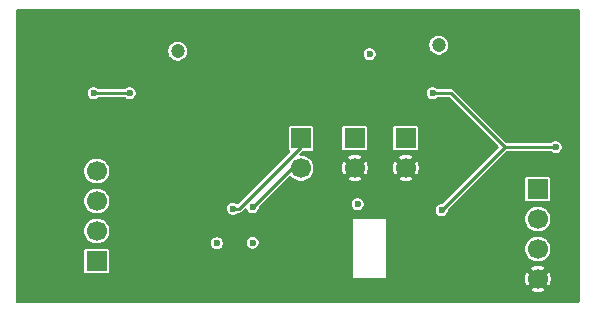
<source format=gbr>
%TF.GenerationSoftware,KiCad,Pcbnew,9.0.1*%
%TF.CreationDate,2025-09-03T00:36:21-07:00*%
%TF.ProjectId,stm32-test,73746d33-322d-4746-9573-742e6b696361,rev?*%
%TF.SameCoordinates,Original*%
%TF.FileFunction,Copper,L2,Inr*%
%TF.FilePolarity,Positive*%
%FSLAX46Y46*%
G04 Gerber Fmt 4.6, Leading zero omitted, Abs format (unit mm)*
G04 Created by KiCad (PCBNEW 9.0.1) date 2025-09-03 00:36:21*
%MOMM*%
%LPD*%
G01*
G04 APERTURE LIST*
%TA.AperFunction,ComponentPad*%
%ADD10R,1.700000X1.700000*%
%TD*%
%TA.AperFunction,ComponentPad*%
%ADD11C,1.700000*%
%TD*%
%TA.AperFunction,ViaPad*%
%ADD12C,0.600000*%
%TD*%
%TA.AperFunction,ViaPad*%
%ADD13C,1.200000*%
%TD*%
%TA.AperFunction,Conductor*%
%ADD14C,0.254000*%
%TD*%
G04 APERTURE END LIST*
D10*
%TO.N,+12V*%
%TO.C,J1*%
X168910000Y-96774000D03*
D11*
%TO.N,/CANH*%
X168910000Y-99314000D03*
%TO.N,/CANL*%
X168910000Y-101854000D03*
%TO.N,GND*%
X168910000Y-104394000D03*
%TD*%
D10*
%TO.N,+3V3*%
%TO.C,J4*%
X153416000Y-92456000D03*
D11*
%TO.N,GND*%
X153416000Y-94996000D03*
%TD*%
%TO.N,/SPI_CS*%
%TO.C,J2*%
X131572000Y-95250000D03*
%TO.N,/SPI_CLK*%
X131572000Y-97790000D03*
%TO.N,/SPI_MISO*%
X131572000Y-100330000D03*
D10*
%TO.N,/SPI_MOSI*%
X131572000Y-102870000D03*
%TD*%
D11*
%TO.N,/I2C_SCL*%
%TO.C,J5*%
X148869000Y-95016000D03*
D10*
%TO.N,/I2C_SDA*%
X148869000Y-92476000D03*
%TD*%
D11*
%TO.N,GND*%
%TO.C,J6*%
X157734000Y-94996000D03*
D10*
%TO.N,+3V3*%
X157734000Y-92456000D03*
%TD*%
D12*
%TO.N,/NRST*%
X131318000Y-88646000D03*
X134366000Y-88646000D03*
%TO.N,+3V3*%
X153670000Y-98044000D03*
%TO.N,+5V*%
X160020000Y-88646000D03*
X170434000Y-93218000D03*
X160782000Y-98552000D03*
D13*
%TO.N,GND*%
X140716000Y-89662000D03*
D12*
X144937910Y-84678090D03*
X134672000Y-85292000D03*
%TO.N,+3V3*%
X141752000Y-101346000D03*
D13*
X138430000Y-85090000D03*
D12*
X144780000Y-101314000D03*
D13*
X160528000Y-84582000D03*
D12*
X154686000Y-85344000D03*
%TO.N,/I2C_SCL*%
X144780000Y-98298000D03*
%TO.N,/I2C_SDA*%
X143111787Y-98442213D03*
%TD*%
D14*
%TO.N,/NRST*%
X134366000Y-88646000D02*
X131318000Y-88646000D01*
%TO.N,+5V*%
X160020000Y-88646000D02*
X161544000Y-88646000D01*
X161544000Y-88646000D02*
X166116000Y-93218000D01*
X166116000Y-93218000D02*
X170434000Y-93218000D01*
X160782000Y-98552000D02*
X166116000Y-93218000D01*
%TO.N,/I2C_SCL*%
X144780000Y-98298000D02*
X144825000Y-98298000D01*
X144825000Y-98298000D02*
X148107000Y-95016000D01*
X148107000Y-95016000D02*
X148869000Y-95016000D01*
%TO.N,/I2C_SDA*%
X148869000Y-93193000D02*
X148869000Y-92476000D01*
X143111787Y-98442213D02*
X143619787Y-98442213D01*
X143619787Y-98442213D02*
X148869000Y-93193000D01*
%TD*%
%TA.AperFunction,Conductor*%
%TO.N,GND*%
G36*
X172409039Y-81553685D02*
G01*
X172454794Y-81606489D01*
X172466000Y-81658000D01*
X172466000Y-106302000D01*
X172446315Y-106369039D01*
X172393511Y-106414794D01*
X172342000Y-106426000D01*
X124838000Y-106426000D01*
X124770961Y-106406315D01*
X124725206Y-106353511D01*
X124714000Y-106302000D01*
X124714000Y-104307107D01*
X167806000Y-104307107D01*
X167806000Y-104480892D01*
X167833183Y-104652521D01*
X167886884Y-104817793D01*
X167965771Y-104972616D01*
X167965778Y-104972627D01*
X167968464Y-104976325D01*
X168425841Y-104518947D01*
X168444075Y-104586993D01*
X168509901Y-104701007D01*
X168602993Y-104794099D01*
X168717007Y-104859925D01*
X168785051Y-104878157D01*
X168327674Y-105335534D01*
X168327674Y-105335535D01*
X168331374Y-105338223D01*
X168486206Y-105417115D01*
X168651478Y-105470816D01*
X168823108Y-105498000D01*
X168996892Y-105498000D01*
X169168521Y-105470816D01*
X169333793Y-105417115D01*
X169488618Y-105338228D01*
X169492325Y-105335534D01*
X169034948Y-104878157D01*
X169102993Y-104859925D01*
X169217007Y-104794099D01*
X169310099Y-104701007D01*
X169375925Y-104586993D01*
X169394157Y-104518948D01*
X169851534Y-104976325D01*
X169854228Y-104972618D01*
X169933115Y-104817793D01*
X169986816Y-104652521D01*
X170014000Y-104480892D01*
X170014000Y-104307107D01*
X169986816Y-104135478D01*
X169933115Y-103970206D01*
X169854223Y-103815374D01*
X169851535Y-103811674D01*
X169851534Y-103811674D01*
X169394157Y-104269051D01*
X169375925Y-104201007D01*
X169310099Y-104086993D01*
X169217007Y-103993901D01*
X169102993Y-103928075D01*
X169034948Y-103909842D01*
X169492325Y-103452464D01*
X169488627Y-103449778D01*
X169488616Y-103449771D01*
X169333793Y-103370884D01*
X169168521Y-103317183D01*
X168996892Y-103290000D01*
X168823108Y-103290000D01*
X168651478Y-103317183D01*
X168486206Y-103370884D01*
X168331377Y-103449774D01*
X168327674Y-103452464D01*
X168785052Y-103909842D01*
X168717007Y-103928075D01*
X168602993Y-103993901D01*
X168509901Y-104086993D01*
X168444075Y-104201007D01*
X168425842Y-104269052D01*
X167968464Y-103811674D01*
X167965774Y-103815377D01*
X167886884Y-103970206D01*
X167833183Y-104135478D01*
X167806000Y-104307107D01*
X124714000Y-104307107D01*
X124714000Y-104294000D01*
X153298000Y-104294000D01*
X156074000Y-104294000D01*
X156074000Y-101750530D01*
X167859500Y-101750530D01*
X167859500Y-101957469D01*
X167899868Y-102160412D01*
X167899870Y-102160420D01*
X167979058Y-102351596D01*
X168094024Y-102523657D01*
X168240342Y-102669975D01*
X168240345Y-102669977D01*
X168412402Y-102784941D01*
X168603580Y-102864130D01*
X168806530Y-102904499D01*
X168806534Y-102904500D01*
X168806535Y-102904500D01*
X169013466Y-102904500D01*
X169013467Y-102904499D01*
X169216420Y-102864130D01*
X169407598Y-102784941D01*
X169579655Y-102669977D01*
X169725977Y-102523655D01*
X169840941Y-102351598D01*
X169920130Y-102160420D01*
X169960500Y-101957465D01*
X169960500Y-101750535D01*
X169920130Y-101547580D01*
X169840941Y-101356402D01*
X169725977Y-101184345D01*
X169725975Y-101184342D01*
X169579657Y-101038024D01*
X169493626Y-100980541D01*
X169407598Y-100923059D01*
X169216420Y-100843870D01*
X169216412Y-100843868D01*
X169013469Y-100803500D01*
X169013465Y-100803500D01*
X168806535Y-100803500D01*
X168806530Y-100803500D01*
X168603587Y-100843868D01*
X168603579Y-100843870D01*
X168412403Y-100923058D01*
X168240342Y-101038024D01*
X168094024Y-101184342D01*
X167979058Y-101356403D01*
X167899870Y-101547579D01*
X167899868Y-101547587D01*
X167859500Y-101750530D01*
X156074000Y-101750530D01*
X156074000Y-99314000D01*
X153298000Y-99314000D01*
X153298000Y-104294000D01*
X124714000Y-104294000D01*
X124714000Y-102000247D01*
X130521500Y-102000247D01*
X130521500Y-103739752D01*
X130533131Y-103798229D01*
X130533132Y-103798230D01*
X130577447Y-103864552D01*
X130643769Y-103908867D01*
X130643770Y-103908868D01*
X130702247Y-103920499D01*
X130702250Y-103920500D01*
X130702252Y-103920500D01*
X132441750Y-103920500D01*
X132441751Y-103920499D01*
X132456568Y-103917552D01*
X132500229Y-103908868D01*
X132500229Y-103908867D01*
X132500231Y-103908867D01*
X132566552Y-103864552D01*
X132610867Y-103798231D01*
X132610867Y-103798229D01*
X132610868Y-103798229D01*
X132622499Y-103739752D01*
X132622500Y-103739750D01*
X132622500Y-102000249D01*
X132622499Y-102000247D01*
X132610868Y-101941770D01*
X132610867Y-101941769D01*
X132566552Y-101875447D01*
X132500230Y-101831132D01*
X132500229Y-101831131D01*
X132441752Y-101819500D01*
X132441748Y-101819500D01*
X130702252Y-101819500D01*
X130702247Y-101819500D01*
X130643770Y-101831131D01*
X130643769Y-101831132D01*
X130577447Y-101875447D01*
X130533132Y-101941769D01*
X130533131Y-101941770D01*
X130521500Y-102000247D01*
X124714000Y-102000247D01*
X124714000Y-100226530D01*
X130521500Y-100226530D01*
X130521500Y-100433469D01*
X130561868Y-100636412D01*
X130561870Y-100636420D01*
X130641058Y-100827596D01*
X130756024Y-100999657D01*
X130902342Y-101145975D01*
X130902345Y-101145977D01*
X131074402Y-101260941D01*
X131265580Y-101340130D01*
X131465468Y-101379890D01*
X131468530Y-101380499D01*
X131468534Y-101380500D01*
X131468535Y-101380500D01*
X131675466Y-101380500D01*
X131675467Y-101380499D01*
X131878420Y-101340130D01*
X132023325Y-101280108D01*
X141251500Y-101280108D01*
X141251500Y-101411891D01*
X141285608Y-101539187D01*
X141290454Y-101547580D01*
X141351500Y-101653314D01*
X141444686Y-101746500D01*
X141558814Y-101812392D01*
X141686108Y-101846500D01*
X141686110Y-101846500D01*
X141817890Y-101846500D01*
X141817892Y-101846500D01*
X141945186Y-101812392D01*
X142059314Y-101746500D01*
X142152500Y-101653314D01*
X142218392Y-101539186D01*
X142252500Y-101411892D01*
X142252500Y-101280108D01*
X142243926Y-101248108D01*
X144279500Y-101248108D01*
X144279500Y-101379891D01*
X144313608Y-101507187D01*
X144346554Y-101564250D01*
X144379500Y-101621314D01*
X144472686Y-101714500D01*
X144586814Y-101780392D01*
X144714108Y-101814500D01*
X144714110Y-101814500D01*
X144845890Y-101814500D01*
X144845892Y-101814500D01*
X144973186Y-101780392D01*
X145087314Y-101714500D01*
X145180500Y-101621314D01*
X145246392Y-101507186D01*
X145280500Y-101379892D01*
X145280500Y-101248108D01*
X145246392Y-101120814D01*
X145180500Y-101006686D01*
X145087314Y-100913500D01*
X145030250Y-100880554D01*
X144973187Y-100847608D01*
X144898499Y-100827596D01*
X144845892Y-100813500D01*
X144714108Y-100813500D01*
X144586812Y-100847608D01*
X144472686Y-100913500D01*
X144472683Y-100913502D01*
X144379502Y-101006683D01*
X144379500Y-101006686D01*
X144313608Y-101120812D01*
X144279500Y-101248108D01*
X142243926Y-101248108D01*
X142218392Y-101152814D01*
X142214443Y-101145975D01*
X142199917Y-101120814D01*
X142152500Y-101038686D01*
X142059314Y-100945500D01*
X142002250Y-100912554D01*
X141945187Y-100879608D01*
X141881539Y-100862554D01*
X141817892Y-100845500D01*
X141686108Y-100845500D01*
X141558812Y-100879608D01*
X141444686Y-100945500D01*
X141444683Y-100945502D01*
X141351502Y-101038683D01*
X141351500Y-101038686D01*
X141285608Y-101152812D01*
X141251500Y-101280108D01*
X132023325Y-101280108D01*
X132069598Y-101260941D01*
X132207381Y-101168878D01*
X132207383Y-101168877D01*
X132224580Y-101157385D01*
X132241655Y-101145977D01*
X132387977Y-100999655D01*
X132502941Y-100827598D01*
X132582130Y-100636420D01*
X132622500Y-100433465D01*
X132622500Y-100226535D01*
X132582130Y-100023580D01*
X132502941Y-99832402D01*
X132387977Y-99660345D01*
X132387975Y-99660342D01*
X132241657Y-99514024D01*
X132069596Y-99399057D01*
X132016824Y-99377199D01*
X131878420Y-99319870D01*
X131878412Y-99319868D01*
X131675469Y-99279500D01*
X131675465Y-99279500D01*
X131468535Y-99279500D01*
X131468530Y-99279500D01*
X131265587Y-99319868D01*
X131265579Y-99319870D01*
X131074403Y-99399058D01*
X130902342Y-99514024D01*
X130756024Y-99660342D01*
X130641058Y-99832403D01*
X130561870Y-100023579D01*
X130561868Y-100023587D01*
X130521500Y-100226530D01*
X124714000Y-100226530D01*
X124714000Y-99210530D01*
X167859500Y-99210530D01*
X167859500Y-99417469D01*
X167899868Y-99620412D01*
X167899870Y-99620420D01*
X167979059Y-99811598D01*
X168036541Y-99897626D01*
X168094024Y-99983657D01*
X168240342Y-100129975D01*
X168240345Y-100129977D01*
X168412402Y-100244941D01*
X168603580Y-100324130D01*
X168806530Y-100364499D01*
X168806534Y-100364500D01*
X168806535Y-100364500D01*
X169013466Y-100364500D01*
X169013467Y-100364499D01*
X169216420Y-100324130D01*
X169407598Y-100244941D01*
X169579655Y-100129977D01*
X169725977Y-99983655D01*
X169840941Y-99811598D01*
X169920130Y-99620420D01*
X169960500Y-99417465D01*
X169960500Y-99210535D01*
X169920130Y-99007580D01*
X169840941Y-98816402D01*
X169725977Y-98644345D01*
X169725975Y-98644342D01*
X169579657Y-98498024D01*
X169486649Y-98435879D01*
X169407598Y-98383059D01*
X169391331Y-98376321D01*
X169216420Y-98303870D01*
X169216412Y-98303868D01*
X169013469Y-98263500D01*
X169013465Y-98263500D01*
X168806535Y-98263500D01*
X168806530Y-98263500D01*
X168603587Y-98303868D01*
X168603579Y-98303870D01*
X168412403Y-98383058D01*
X168240342Y-98498024D01*
X168094024Y-98644342D01*
X167979058Y-98816403D01*
X167899870Y-99007579D01*
X167899868Y-99007587D01*
X167859500Y-99210530D01*
X124714000Y-99210530D01*
X124714000Y-97686530D01*
X130521500Y-97686530D01*
X130521500Y-97893469D01*
X130561868Y-98096412D01*
X130561870Y-98096420D01*
X130641058Y-98287596D01*
X130756024Y-98459657D01*
X130902342Y-98605975D01*
X130902345Y-98605977D01*
X131074402Y-98720941D01*
X131265580Y-98800130D01*
X131468530Y-98840499D01*
X131468534Y-98840500D01*
X131468535Y-98840500D01*
X131675466Y-98840500D01*
X131675467Y-98840499D01*
X131878420Y-98800130D01*
X132069598Y-98720941D01*
X132241655Y-98605977D01*
X132387977Y-98459655D01*
X132443659Y-98376321D01*
X142611287Y-98376321D01*
X142611287Y-98508104D01*
X142645395Y-98635400D01*
X142650558Y-98644342D01*
X142711287Y-98749527D01*
X142804473Y-98842713D01*
X142918601Y-98908605D01*
X143045895Y-98942713D01*
X143045897Y-98942713D01*
X143177677Y-98942713D01*
X143177679Y-98942713D01*
X143304973Y-98908605D01*
X143419101Y-98842713D01*
X143455782Y-98806032D01*
X143517105Y-98772547D01*
X143543463Y-98769713D01*
X143662901Y-98769713D01*
X143662903Y-98769713D01*
X143746197Y-98747394D01*
X143820877Y-98704278D01*
X144102647Y-98422507D01*
X144163968Y-98389024D01*
X144233659Y-98394008D01*
X144289593Y-98435879D01*
X144310100Y-98478094D01*
X144313608Y-98491186D01*
X144379500Y-98605314D01*
X144472686Y-98698500D01*
X144586814Y-98764392D01*
X144714108Y-98798500D01*
X144714110Y-98798500D01*
X144845890Y-98798500D01*
X144845892Y-98798500D01*
X144973186Y-98764392D01*
X145087314Y-98698500D01*
X145180500Y-98605314D01*
X145246392Y-98491186D01*
X145280500Y-98363892D01*
X145280500Y-98357016D01*
X145300185Y-98289977D01*
X145316814Y-98269340D01*
X145608046Y-97978108D01*
X153169500Y-97978108D01*
X153169500Y-98109891D01*
X153203608Y-98237187D01*
X153210443Y-98249025D01*
X153269500Y-98351314D01*
X153362686Y-98444500D01*
X153476814Y-98510392D01*
X153604108Y-98544500D01*
X153604110Y-98544500D01*
X153735890Y-98544500D01*
X153735892Y-98544500D01*
X153863186Y-98510392D01*
X153977314Y-98444500D01*
X154070500Y-98351314D01*
X154136392Y-98237186D01*
X154170500Y-98109892D01*
X154170500Y-97978108D01*
X154136392Y-97850814D01*
X154070500Y-97736686D01*
X153977314Y-97643500D01*
X153920250Y-97610554D01*
X153863187Y-97577608D01*
X153799539Y-97560554D01*
X153735892Y-97543500D01*
X153604108Y-97543500D01*
X153476812Y-97577608D01*
X153362686Y-97643500D01*
X153362683Y-97643502D01*
X153269502Y-97736683D01*
X153269500Y-97736686D01*
X153203608Y-97850812D01*
X153169500Y-97978108D01*
X145608046Y-97978108D01*
X147889081Y-95697072D01*
X147950402Y-95663589D01*
X148020094Y-95668573D01*
X148064441Y-95697074D01*
X148199342Y-95831975D01*
X148199345Y-95831977D01*
X148371402Y-95946941D01*
X148562580Y-96026130D01*
X148762896Y-96065975D01*
X148765530Y-96066499D01*
X148765534Y-96066500D01*
X148765535Y-96066500D01*
X148972466Y-96066500D01*
X148972467Y-96066499D01*
X149175420Y-96026130D01*
X149366598Y-95946941D01*
X149538655Y-95831977D01*
X149538658Y-95831974D01*
X149568038Y-95802595D01*
X149684974Y-95685658D01*
X149684975Y-95685657D01*
X149684977Y-95685655D01*
X149799941Y-95513598D01*
X149879130Y-95322420D01*
X149919500Y-95119465D01*
X149919500Y-94912535D01*
X149919500Y-94912532D01*
X149918819Y-94909107D01*
X152312000Y-94909107D01*
X152312000Y-95082892D01*
X152339183Y-95254521D01*
X152392884Y-95419793D01*
X152471771Y-95574616D01*
X152471778Y-95574627D01*
X152474464Y-95578325D01*
X152931841Y-95120947D01*
X152950075Y-95188993D01*
X153015901Y-95303007D01*
X153108993Y-95396099D01*
X153223007Y-95461925D01*
X153291051Y-95480157D01*
X152833674Y-95937534D01*
X152833674Y-95937535D01*
X152837374Y-95940223D01*
X152992206Y-96019115D01*
X153157478Y-96072816D01*
X153329108Y-96100000D01*
X153502892Y-96100000D01*
X153674521Y-96072816D01*
X153839793Y-96019115D01*
X153994618Y-95940228D01*
X153998325Y-95937534D01*
X153540948Y-95480157D01*
X153608993Y-95461925D01*
X153723007Y-95396099D01*
X153816099Y-95303007D01*
X153881925Y-95188993D01*
X153900157Y-95120948D01*
X154357534Y-95578325D01*
X154360228Y-95574618D01*
X154439115Y-95419793D01*
X154492816Y-95254521D01*
X154520000Y-95082892D01*
X154520000Y-94909107D01*
X156630000Y-94909107D01*
X156630000Y-95082892D01*
X156657183Y-95254521D01*
X156710884Y-95419793D01*
X156789771Y-95574616D01*
X156789778Y-95574627D01*
X156792464Y-95578325D01*
X157249841Y-95120947D01*
X157268075Y-95188993D01*
X157333901Y-95303007D01*
X157426993Y-95396099D01*
X157541007Y-95461925D01*
X157609051Y-95480157D01*
X157151674Y-95937534D01*
X157151674Y-95937535D01*
X157155374Y-95940223D01*
X157310206Y-96019115D01*
X157475478Y-96072816D01*
X157647108Y-96100000D01*
X157820892Y-96100000D01*
X157992521Y-96072816D01*
X158157793Y-96019115D01*
X158312618Y-95940228D01*
X158316325Y-95937534D01*
X157858948Y-95480157D01*
X157926993Y-95461925D01*
X158041007Y-95396099D01*
X158134099Y-95303007D01*
X158199925Y-95188993D01*
X158218157Y-95120948D01*
X158675534Y-95578325D01*
X158678228Y-95574618D01*
X158757115Y-95419793D01*
X158810816Y-95254521D01*
X158838000Y-95082892D01*
X158838000Y-94909107D01*
X158810816Y-94737478D01*
X158757115Y-94572206D01*
X158678223Y-94417374D01*
X158675535Y-94413674D01*
X158675534Y-94413674D01*
X158218157Y-94871051D01*
X158199925Y-94803007D01*
X158134099Y-94688993D01*
X158041007Y-94595901D01*
X157926993Y-94530075D01*
X157858948Y-94511842D01*
X158316325Y-94054464D01*
X158312627Y-94051778D01*
X158312616Y-94051771D01*
X158157793Y-93972884D01*
X157992521Y-93919183D01*
X157820892Y-93892000D01*
X157647108Y-93892000D01*
X157475478Y-93919183D01*
X157310206Y-93972884D01*
X157155377Y-94051774D01*
X157151674Y-94054464D01*
X157609052Y-94511842D01*
X157541007Y-94530075D01*
X157426993Y-94595901D01*
X157333901Y-94688993D01*
X157268075Y-94803007D01*
X157249842Y-94871052D01*
X156792464Y-94413674D01*
X156789774Y-94417377D01*
X156710884Y-94572206D01*
X156657183Y-94737478D01*
X156630000Y-94909107D01*
X154520000Y-94909107D01*
X154492816Y-94737478D01*
X154439115Y-94572206D01*
X154360223Y-94417374D01*
X154357535Y-94413674D01*
X154357534Y-94413674D01*
X153900157Y-94871051D01*
X153881925Y-94803007D01*
X153816099Y-94688993D01*
X153723007Y-94595901D01*
X153608993Y-94530075D01*
X153540948Y-94511842D01*
X153998325Y-94054464D01*
X153994627Y-94051778D01*
X153994616Y-94051771D01*
X153839793Y-93972884D01*
X153674521Y-93919183D01*
X153502892Y-93892000D01*
X153329108Y-93892000D01*
X153157478Y-93919183D01*
X152992206Y-93972884D01*
X152837377Y-94051774D01*
X152833674Y-94054464D01*
X153291052Y-94511842D01*
X153223007Y-94530075D01*
X153108993Y-94595901D01*
X153015901Y-94688993D01*
X152950075Y-94803007D01*
X152931842Y-94871051D01*
X152474464Y-94413674D01*
X152471774Y-94417377D01*
X152392884Y-94572206D01*
X152339183Y-94737478D01*
X152312000Y-94909107D01*
X149918819Y-94909107D01*
X149879131Y-94709587D01*
X149879130Y-94709580D01*
X149799941Y-94518402D01*
X149684977Y-94346345D01*
X149684975Y-94346342D01*
X149538658Y-94200025D01*
X149536375Y-94198499D01*
X149366598Y-94085059D01*
X149286241Y-94051774D01*
X149175420Y-94005870D01*
X149175412Y-94005868D01*
X148972469Y-93965500D01*
X148972465Y-93965500D01*
X148859017Y-93965500D01*
X148791978Y-93945815D01*
X148746223Y-93893011D01*
X148736279Y-93823853D01*
X148765304Y-93760297D01*
X148771336Y-93753819D01*
X148962336Y-93562819D01*
X149023659Y-93529334D01*
X149050017Y-93526500D01*
X149738750Y-93526500D01*
X149738751Y-93526499D01*
X149753568Y-93523552D01*
X149797229Y-93514868D01*
X149797229Y-93514867D01*
X149797231Y-93514867D01*
X149863552Y-93470552D01*
X149907867Y-93404231D01*
X149907867Y-93404229D01*
X149907868Y-93404229D01*
X149919499Y-93345752D01*
X149919500Y-93345750D01*
X149919500Y-91606250D01*
X149919121Y-91604345D01*
X149919121Y-91604342D01*
X149915521Y-91586247D01*
X152365500Y-91586247D01*
X152365500Y-93325752D01*
X152377131Y-93384229D01*
X152377132Y-93384230D01*
X152421447Y-93450552D01*
X152487769Y-93494867D01*
X152487770Y-93494868D01*
X152546247Y-93506499D01*
X152546250Y-93506500D01*
X152546252Y-93506500D01*
X154285750Y-93506500D01*
X154285751Y-93506499D01*
X154300568Y-93503552D01*
X154344229Y-93494868D01*
X154344229Y-93494867D01*
X154344231Y-93494867D01*
X154410552Y-93450552D01*
X154454867Y-93384231D01*
X154454867Y-93384229D01*
X154454868Y-93384229D01*
X154466499Y-93325752D01*
X154466500Y-93325750D01*
X154466500Y-91586249D01*
X154466499Y-91586247D01*
X156683500Y-91586247D01*
X156683500Y-93325752D01*
X156695131Y-93384229D01*
X156695132Y-93384230D01*
X156739447Y-93450552D01*
X156805769Y-93494867D01*
X156805770Y-93494868D01*
X156864247Y-93506499D01*
X156864250Y-93506500D01*
X156864252Y-93506500D01*
X158603750Y-93506500D01*
X158603751Y-93506499D01*
X158618568Y-93503552D01*
X158662229Y-93494868D01*
X158662229Y-93494867D01*
X158662231Y-93494867D01*
X158728552Y-93450552D01*
X158772867Y-93384231D01*
X158772867Y-93384229D01*
X158772868Y-93384229D01*
X158784499Y-93325752D01*
X158784500Y-93325750D01*
X158784500Y-91586249D01*
X158784499Y-91586247D01*
X158772868Y-91527770D01*
X158772867Y-91527769D01*
X158728552Y-91461447D01*
X158662230Y-91417132D01*
X158662229Y-91417131D01*
X158603752Y-91405500D01*
X158603748Y-91405500D01*
X156864252Y-91405500D01*
X156864247Y-91405500D01*
X156805770Y-91417131D01*
X156805769Y-91417132D01*
X156739447Y-91461447D01*
X156695132Y-91527769D01*
X156695131Y-91527770D01*
X156683500Y-91586247D01*
X154466499Y-91586247D01*
X154454868Y-91527770D01*
X154454867Y-91527769D01*
X154410552Y-91461447D01*
X154344230Y-91417132D01*
X154344229Y-91417131D01*
X154285752Y-91405500D01*
X154285748Y-91405500D01*
X152546252Y-91405500D01*
X152546247Y-91405500D01*
X152487770Y-91417131D01*
X152487769Y-91417132D01*
X152421447Y-91461447D01*
X152377132Y-91527769D01*
X152377131Y-91527770D01*
X152365500Y-91586247D01*
X149915521Y-91586247D01*
X149907867Y-91547770D01*
X149907867Y-91547769D01*
X149863552Y-91481447D01*
X149797230Y-91437132D01*
X149797229Y-91437131D01*
X149738752Y-91425500D01*
X149738748Y-91425500D01*
X147999252Y-91425500D01*
X147999247Y-91425500D01*
X147940770Y-91437131D01*
X147940769Y-91437132D01*
X147874447Y-91481447D01*
X147830132Y-91547769D01*
X147830131Y-91547770D01*
X147818500Y-91606247D01*
X147818500Y-93345752D01*
X147830131Y-93404229D01*
X147830132Y-93404230D01*
X147874447Y-93470551D01*
X147900987Y-93488285D01*
X147945791Y-93541898D01*
X147954498Y-93611223D01*
X147924343Y-93674250D01*
X147919776Y-93679068D01*
X143573888Y-98024955D01*
X143512565Y-98058440D01*
X143442873Y-98053456D01*
X143424206Y-98044661D01*
X143419102Y-98041714D01*
X143419101Y-98041713D01*
X143362498Y-98009033D01*
X143304974Y-97975821D01*
X143241326Y-97958767D01*
X143177679Y-97941713D01*
X143045895Y-97941713D01*
X142918599Y-97975821D01*
X142804473Y-98041713D01*
X142804470Y-98041715D01*
X142711289Y-98134896D01*
X142711287Y-98134899D01*
X142645395Y-98249025D01*
X142611287Y-98376321D01*
X132443659Y-98376321D01*
X132502941Y-98287598D01*
X132582130Y-98096420D01*
X132622500Y-97893465D01*
X132622500Y-97686535D01*
X132582130Y-97483580D01*
X132502941Y-97292402D01*
X132387977Y-97120345D01*
X132387975Y-97120342D01*
X132241657Y-96974024D01*
X132155626Y-96916541D01*
X132069598Y-96859059D01*
X131878420Y-96779870D01*
X131878412Y-96779868D01*
X131675469Y-96739500D01*
X131675465Y-96739500D01*
X131468535Y-96739500D01*
X131468530Y-96739500D01*
X131265587Y-96779868D01*
X131265579Y-96779870D01*
X131074403Y-96859058D01*
X130902342Y-96974024D01*
X130756024Y-97120342D01*
X130641058Y-97292403D01*
X130561870Y-97483579D01*
X130561868Y-97483587D01*
X130521500Y-97686530D01*
X124714000Y-97686530D01*
X124714000Y-95146530D01*
X130521500Y-95146530D01*
X130521500Y-95353469D01*
X130561868Y-95556412D01*
X130561870Y-95556420D01*
X130608325Y-95668573D01*
X130641059Y-95747598D01*
X130677807Y-95802595D01*
X130756024Y-95919657D01*
X130902342Y-96065975D01*
X130902345Y-96065977D01*
X131074402Y-96180941D01*
X131265580Y-96260130D01*
X131468530Y-96300499D01*
X131468534Y-96300500D01*
X131468535Y-96300500D01*
X131675466Y-96300500D01*
X131675467Y-96300499D01*
X131878420Y-96260130D01*
X132069598Y-96180941D01*
X132241655Y-96065977D01*
X132387977Y-95919655D01*
X132502941Y-95747598D01*
X132582130Y-95556420D01*
X132622500Y-95353465D01*
X132622500Y-95146535D01*
X132582130Y-94943580D01*
X132502941Y-94752402D01*
X132387977Y-94580345D01*
X132387975Y-94580342D01*
X132241657Y-94434024D01*
X132155626Y-94376541D01*
X132069598Y-94319059D01*
X131878420Y-94239870D01*
X131878412Y-94239868D01*
X131675469Y-94199500D01*
X131675465Y-94199500D01*
X131468535Y-94199500D01*
X131468530Y-94199500D01*
X131265587Y-94239868D01*
X131265579Y-94239870D01*
X131074403Y-94319058D01*
X130902342Y-94434024D01*
X130756024Y-94580342D01*
X130641058Y-94752403D01*
X130561870Y-94943579D01*
X130561868Y-94943587D01*
X130521500Y-95146530D01*
X124714000Y-95146530D01*
X124714000Y-88580108D01*
X130817500Y-88580108D01*
X130817500Y-88711891D01*
X130851608Y-88839187D01*
X130884554Y-88896250D01*
X130917500Y-88953314D01*
X131010686Y-89046500D01*
X131124814Y-89112392D01*
X131252108Y-89146500D01*
X131252110Y-89146500D01*
X131383890Y-89146500D01*
X131383892Y-89146500D01*
X131511186Y-89112392D01*
X131625314Y-89046500D01*
X131661995Y-89009819D01*
X131723318Y-88976334D01*
X131749676Y-88973500D01*
X133934324Y-88973500D01*
X134001363Y-88993185D01*
X134022005Y-89009819D01*
X134058686Y-89046500D01*
X134172814Y-89112392D01*
X134300108Y-89146500D01*
X134300110Y-89146500D01*
X134431890Y-89146500D01*
X134431892Y-89146500D01*
X134559186Y-89112392D01*
X134673314Y-89046500D01*
X134766500Y-88953314D01*
X134832392Y-88839186D01*
X134866500Y-88711892D01*
X134866500Y-88580108D01*
X159519500Y-88580108D01*
X159519500Y-88711891D01*
X159553608Y-88839187D01*
X159586554Y-88896250D01*
X159619500Y-88953314D01*
X159712686Y-89046500D01*
X159826814Y-89112392D01*
X159954108Y-89146500D01*
X159954110Y-89146500D01*
X160085890Y-89146500D01*
X160085892Y-89146500D01*
X160213186Y-89112392D01*
X160327314Y-89046500D01*
X160363995Y-89009819D01*
X160425318Y-88976334D01*
X160451676Y-88973500D01*
X161356983Y-88973500D01*
X161424022Y-88993185D01*
X161444664Y-89009819D01*
X165565164Y-93130319D01*
X165598649Y-93191642D01*
X165593665Y-93261334D01*
X165565164Y-93305681D01*
X160855664Y-98015181D01*
X160794341Y-98048666D01*
X160767983Y-98051500D01*
X160716108Y-98051500D01*
X160588812Y-98085608D01*
X160474686Y-98151500D01*
X160474683Y-98151502D01*
X160381502Y-98244683D01*
X160381500Y-98244686D01*
X160315608Y-98358812D01*
X160281500Y-98486108D01*
X160281500Y-98617891D01*
X160315608Y-98745187D01*
X160331405Y-98772547D01*
X160381500Y-98859314D01*
X160474686Y-98952500D01*
X160588814Y-99018392D01*
X160716108Y-99052500D01*
X160716110Y-99052500D01*
X160847890Y-99052500D01*
X160847892Y-99052500D01*
X160975186Y-99018392D01*
X161089314Y-98952500D01*
X161182500Y-98859314D01*
X161248392Y-98745186D01*
X161282500Y-98617892D01*
X161282500Y-98566017D01*
X161302185Y-98498978D01*
X161318819Y-98478336D01*
X163892908Y-95904247D01*
X167859500Y-95904247D01*
X167859500Y-97643752D01*
X167871131Y-97702229D01*
X167871132Y-97702230D01*
X167915447Y-97768552D01*
X167981769Y-97812867D01*
X167981770Y-97812868D01*
X168040247Y-97824499D01*
X168040250Y-97824500D01*
X168040252Y-97824500D01*
X169779750Y-97824500D01*
X169779751Y-97824499D01*
X169794568Y-97821552D01*
X169838229Y-97812868D01*
X169838229Y-97812867D01*
X169838231Y-97812867D01*
X169904552Y-97768552D01*
X169948867Y-97702231D01*
X169948867Y-97702229D01*
X169948868Y-97702229D01*
X169960499Y-97643752D01*
X169960500Y-97643750D01*
X169960500Y-95904249D01*
X169960499Y-95904247D01*
X169948868Y-95845770D01*
X169948867Y-95845769D01*
X169904552Y-95779447D01*
X169838230Y-95735132D01*
X169838229Y-95735131D01*
X169779752Y-95723500D01*
X169779748Y-95723500D01*
X168040252Y-95723500D01*
X168040247Y-95723500D01*
X167981770Y-95735131D01*
X167981769Y-95735132D01*
X167915447Y-95779447D01*
X167871132Y-95845769D01*
X167871131Y-95845770D01*
X167859500Y-95904247D01*
X163892908Y-95904247D01*
X166215336Y-93581819D01*
X166276659Y-93548334D01*
X166303017Y-93545500D01*
X170002324Y-93545500D01*
X170069363Y-93565185D01*
X170090005Y-93581819D01*
X170126686Y-93618500D01*
X170223248Y-93674250D01*
X170231592Y-93679068D01*
X170240814Y-93684392D01*
X170368108Y-93718500D01*
X170368110Y-93718500D01*
X170499890Y-93718500D01*
X170499892Y-93718500D01*
X170627186Y-93684392D01*
X170741314Y-93618500D01*
X170834500Y-93525314D01*
X170900392Y-93411186D01*
X170934500Y-93283892D01*
X170934500Y-93152108D01*
X170900392Y-93024814D01*
X170834500Y-92910686D01*
X170741314Y-92817500D01*
X170684250Y-92784554D01*
X170627187Y-92751608D01*
X170563539Y-92734554D01*
X170499892Y-92717500D01*
X170368108Y-92717500D01*
X170240812Y-92751608D01*
X170126686Y-92817500D01*
X170126683Y-92817502D01*
X170090005Y-92854181D01*
X170028682Y-92887666D01*
X170002324Y-92890500D01*
X166303017Y-92890500D01*
X166235978Y-92870815D01*
X166215336Y-92854181D01*
X161745091Y-88383936D01*
X161745090Y-88383935D01*
X161670410Y-88340819D01*
X161670411Y-88340819D01*
X161642645Y-88333379D01*
X161587116Y-88318500D01*
X161587114Y-88318500D01*
X160451676Y-88318500D01*
X160384637Y-88298815D01*
X160363995Y-88282181D01*
X160327316Y-88245502D01*
X160327314Y-88245500D01*
X160270250Y-88212554D01*
X160213187Y-88179608D01*
X160149539Y-88162554D01*
X160085892Y-88145500D01*
X159954108Y-88145500D01*
X159826812Y-88179608D01*
X159712686Y-88245500D01*
X159712683Y-88245502D01*
X159619502Y-88338683D01*
X159619500Y-88338686D01*
X159553608Y-88452812D01*
X159519500Y-88580108D01*
X134866500Y-88580108D01*
X134832392Y-88452814D01*
X134766500Y-88338686D01*
X134673314Y-88245500D01*
X134616250Y-88212554D01*
X134559187Y-88179608D01*
X134495539Y-88162554D01*
X134431892Y-88145500D01*
X134300108Y-88145500D01*
X134172812Y-88179608D01*
X134058686Y-88245500D01*
X134058683Y-88245502D01*
X134022005Y-88282181D01*
X133960682Y-88315666D01*
X133934324Y-88318500D01*
X131749676Y-88318500D01*
X131682637Y-88298815D01*
X131661995Y-88282181D01*
X131625316Y-88245502D01*
X131625314Y-88245500D01*
X131568250Y-88212554D01*
X131511187Y-88179608D01*
X131447539Y-88162554D01*
X131383892Y-88145500D01*
X131252108Y-88145500D01*
X131124812Y-88179608D01*
X131010686Y-88245500D01*
X131010683Y-88245502D01*
X130917502Y-88338683D01*
X130917500Y-88338686D01*
X130851608Y-88452812D01*
X130817500Y-88580108D01*
X124714000Y-88580108D01*
X124714000Y-85011153D01*
X137629500Y-85011153D01*
X137629500Y-85168846D01*
X137660261Y-85323489D01*
X137660264Y-85323501D01*
X137720602Y-85469172D01*
X137720609Y-85469185D01*
X137808210Y-85600288D01*
X137808213Y-85600292D01*
X137919707Y-85711786D01*
X137919711Y-85711789D01*
X138050814Y-85799390D01*
X138050827Y-85799397D01*
X138159717Y-85844500D01*
X138196503Y-85859737D01*
X138351153Y-85890499D01*
X138351156Y-85890500D01*
X138351158Y-85890500D01*
X138508844Y-85890500D01*
X138508845Y-85890499D01*
X138663497Y-85859737D01*
X138809179Y-85799394D01*
X138940289Y-85711789D01*
X139051789Y-85600289D01*
X139139394Y-85469179D01*
X139199737Y-85323497D01*
X139208765Y-85278110D01*
X139208765Y-85278108D01*
X154185500Y-85278108D01*
X154185500Y-85409891D01*
X154219608Y-85537187D01*
X154252554Y-85594250D01*
X154285500Y-85651314D01*
X154378686Y-85744500D01*
X154492814Y-85810392D01*
X154620108Y-85844500D01*
X154620110Y-85844500D01*
X154751890Y-85844500D01*
X154751892Y-85844500D01*
X154879186Y-85810392D01*
X154993314Y-85744500D01*
X155086500Y-85651314D01*
X155152392Y-85537186D01*
X155186500Y-85409892D01*
X155186500Y-85278108D01*
X155152392Y-85150814D01*
X155086500Y-85036686D01*
X154993314Y-84943500D01*
X154936250Y-84910554D01*
X154879187Y-84877608D01*
X154800420Y-84856503D01*
X154751892Y-84843500D01*
X154620108Y-84843500D01*
X154492812Y-84877608D01*
X154378686Y-84943500D01*
X154378683Y-84943502D01*
X154285502Y-85036683D01*
X154285500Y-85036686D01*
X154219608Y-85150812D01*
X154185500Y-85278108D01*
X139208765Y-85278108D01*
X139215195Y-85245789D01*
X139215195Y-85245788D01*
X139230499Y-85168846D01*
X139230500Y-85168844D01*
X139230500Y-85011155D01*
X139230499Y-85011153D01*
X139199738Y-84856510D01*
X139199737Y-84856503D01*
X139182749Y-84815489D01*
X139139397Y-84710827D01*
X139139390Y-84710814D01*
X139051792Y-84579716D01*
X139051789Y-84579711D01*
X139051784Y-84579706D01*
X139051781Y-84579702D01*
X138975232Y-84503153D01*
X159727500Y-84503153D01*
X159727500Y-84660846D01*
X159758261Y-84815489D01*
X159758264Y-84815501D01*
X159818602Y-84961172D01*
X159818609Y-84961185D01*
X159906210Y-85092288D01*
X159906213Y-85092292D01*
X160017707Y-85203786D01*
X160017711Y-85203789D01*
X160148814Y-85291390D01*
X160148827Y-85291397D01*
X160294498Y-85351735D01*
X160294503Y-85351737D01*
X160449153Y-85382499D01*
X160449156Y-85382500D01*
X160449158Y-85382500D01*
X160606844Y-85382500D01*
X160606845Y-85382499D01*
X160761497Y-85351737D01*
X160907179Y-85291394D01*
X161038289Y-85203789D01*
X161149789Y-85092289D01*
X161237394Y-84961179D01*
X161297737Y-84815497D01*
X161328500Y-84660842D01*
X161328500Y-84503158D01*
X161328500Y-84503155D01*
X161328499Y-84503153D01*
X161321549Y-84468213D01*
X161297737Y-84348503D01*
X161286039Y-84320261D01*
X161237397Y-84202827D01*
X161237390Y-84202814D01*
X161149789Y-84071711D01*
X161149786Y-84071707D01*
X161038292Y-83960213D01*
X161038288Y-83960210D01*
X160907185Y-83872609D01*
X160907172Y-83872602D01*
X160761501Y-83812264D01*
X160761489Y-83812261D01*
X160606845Y-83781500D01*
X160606842Y-83781500D01*
X160449158Y-83781500D01*
X160449155Y-83781500D01*
X160294510Y-83812261D01*
X160294498Y-83812264D01*
X160148827Y-83872602D01*
X160148814Y-83872609D01*
X160017711Y-83960210D01*
X160017707Y-83960213D01*
X159906213Y-84071707D01*
X159906210Y-84071711D01*
X159818609Y-84202814D01*
X159818602Y-84202827D01*
X159758264Y-84348498D01*
X159758261Y-84348510D01*
X159727500Y-84503153D01*
X138975232Y-84503153D01*
X138940292Y-84468213D01*
X138940288Y-84468210D01*
X138809185Y-84380609D01*
X138809172Y-84380602D01*
X138663501Y-84320264D01*
X138663489Y-84320261D01*
X138508845Y-84289500D01*
X138508842Y-84289500D01*
X138351158Y-84289500D01*
X138351155Y-84289500D01*
X138196510Y-84320261D01*
X138196498Y-84320264D01*
X138050827Y-84380602D01*
X138050814Y-84380609D01*
X137919711Y-84468210D01*
X137919707Y-84468213D01*
X137808213Y-84579707D01*
X137808210Y-84579711D01*
X137720609Y-84710814D01*
X137720602Y-84710827D01*
X137660264Y-84856498D01*
X137660261Y-84856510D01*
X137629500Y-85011153D01*
X124714000Y-85011153D01*
X124714000Y-81658000D01*
X124733685Y-81590961D01*
X124786489Y-81545206D01*
X124838000Y-81534000D01*
X172342000Y-81534000D01*
X172409039Y-81553685D01*
G37*
%TD.AperFunction*%
%TD*%
M02*

</source>
